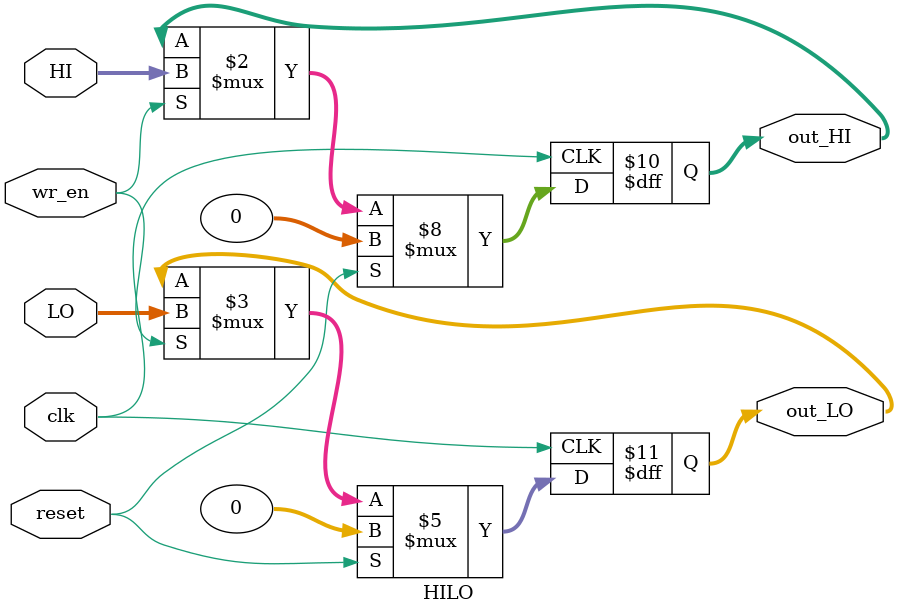
<source format=v>
module HILO(
    input clk,reset,
    input wr_en,
    input [31:0]HI,LO,
    output reg[31:0]out_HI,out_LO
);
    always @(posedge clk ) begin
        if(reset)begin
            out_HI <= 32'd0;
            out_LO <= 32'd0; 
        end
        else begin
            out_HI <= (wr_en)? HI:out_HI;
            out_LO <= (wr_en)? LO:out_LO;
        end
    end
endmodule
</source>
